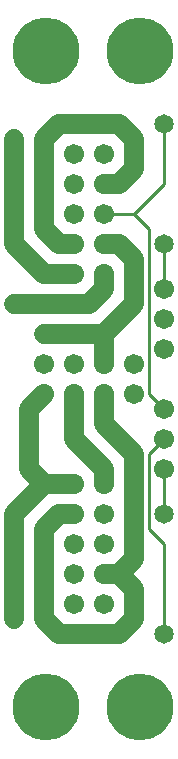
<source format=gtl>
%MOIN*%
%FSLAX25Y25*%
G04 D10 used for Character Trace; *
G04     Circle (OD=.01000) (No hole)*
G04 D11 used for Power Trace; *
G04     Circle (OD=.06500) (No hole)*
G04 D12 used for Signal Trace; *
G04     Circle (OD=.01100) (No hole)*
G04 D13 used for Via; *
G04     Circle (OD=.05800) (Round. Hole ID=.02800)*
G04 D14 used for Component hole; *
G04     Circle (OD=.06500) (Round. Hole ID=.03500)*
G04 D15 used for Component hole; *
G04     Circle (OD=.06700) (Round. Hole ID=.04300)*
G04 D16 used for Component hole; *
G04     Circle (OD=.08100) (Round. Hole ID=.05100)*
G04 D17 used for Component hole; *
G04     Circle (OD=.08900) (Round. Hole ID=.05900)*
G04 D18 used for Component hole; *
G04     Circle (OD=.11300) (Round. Hole ID=.08300)*
G04 D19 used for Component hole; *
G04     Circle (OD=.16000) (Round. Hole ID=.13000)*
G04 D20 used for Component hole; *
G04     Circle (OD=.18300) (Round. Hole ID=.15300)*
G04 D21 used for Component hole; *
G04     Circle (OD=.22291) (Round. Hole ID=.19291)*
%ADD10C,.01000*%
%ADD11C,.06500*%
%ADD12C,.01100*%
%ADD13C,.05800*%
%ADD14C,.06500*%
%ADD15C,.06700*%
%ADD16C,.08100*%
%ADD17C,.08900*%
%ADD18C,.11300*%
%ADD19C,.16000*%
%ADD20C,.18300*%
%ADD21C,.22291*%
%IPPOS*%
%LPD*%
G90*X0Y0D02*D21*X15625Y15625D03*D11*              
X20000Y40000D02*X40000D01*X20000D02*              
X15000Y45000D01*Y75000D01*X20000Y80000D01*        
X25000D01*D15*D03*X35000Y70000D03*Y90000D03*D11*  
Y95000D01*X25000Y105000D01*Y120000D01*D15*D03*D11*
X45000Y100000D02*X35000Y110000D01*X45000Y65000D02*
Y100000D01*X40000Y60000D02*X45000Y65000D01*       
Y55000D02*X40000Y60000D01*X45000Y45000D02*        
Y55000D01*X40000Y40000D02*X45000Y45000D01*D15*    
X35000Y50000D03*X25000D03*D14*X55000Y40000D03*D12*
Y70000D01*X50000Y75000D01*Y100000D01*             
X55000Y105000D01*D15*D03*Y115000D03*D12*          
X50000Y120000D01*Y175000D01*X45000Y180000D01*     
X35000D01*D15*D03*X25000Y190000D03*Y170000D03*D11*
X20000D01*X15000Y175000D01*Y205000D01*            
X20000Y210000D01*X40000D01*X45000Y205000D01*      
Y195000D01*X40000Y190000D01*X35000D01*D15*D03*D12*
X45000Y180000D02*X55000Y190000D01*Y210000D01*D14* 
D03*D15*X35000Y200000D03*D21*X46875Y234375D03*D15*
X25000Y180000D03*Y200000D03*D21*X15625Y234375D03* 
D15*X35000Y170000D03*D11*X40000D01*               
X45000Y165000D01*Y150000D01*X35000Y140000D01*     
Y130000D01*D15*D03*X45000Y120000D03*Y130000D03*   
D11*X15000Y140000D02*X35000D01*D13*X15000D03*D15* 
X25000Y130000D03*D13*X5000Y150000D03*D11*         
X30000D01*X35000Y155000D01*Y160000D01*D15*D03*    
X25000D03*D11*X15000D01*X5000Y170000D01*          
Y205000D01*D13*D03*D15*X55000Y155000D03*D12*      
Y170000D01*D14*D03*D15*Y145000D03*Y135000D03*     
X15000Y130000D03*Y120000D03*D11*X10000Y115000D01* 
Y95000D01*X15000Y90000D01*X5000Y80000D01*         
Y45000D01*D13*D03*D15*X25000Y60000D03*Y70000D03*  
X35000Y60000D03*D11*X40000D01*D14*X55000Y80000D03*
D12*Y95000D01*D15*D03*D11*X35000Y110000D02*       
Y120000D01*D15*D03*D11*X15000Y90000D02*X25000D01* 
D15*D03*X35000Y80000D03*D21*X46875Y15625D03*M02*  

</source>
